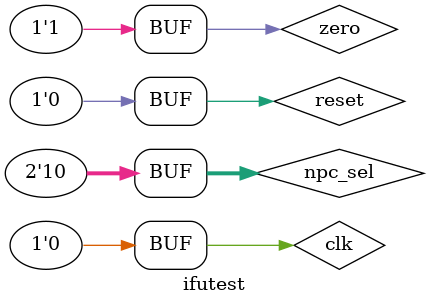
<source format=v>
module ifutest;
  reg clk,reset;
  wire [31:0] ins;
  reg[1:0] npc_sel;
  reg zero;
  ifu iiffuu(clk,reset,ins,npc_sel,zero);
    initial
    begin
      clk=0;
      reset=0;
      
      //go one instruction down
      #100
      reset=1;
      zero=0;
      npc_sel=2'b00;
      
      //go one instruction down
      #100
      reset=1;
      zero=0;
      npc_sel=2'b01;
      
      //jump to 4 bits of pcout+1 + taraddress + 00
      #100
      reset=1;
      zero=0;
      npc_sel=2'b10;
      
      //go one down
      #100
      reset=1;
      zero=1;
      npc_sel=2'b00;
      
      //beq immediate address
      #100
      reset=1;
      zero=1;
      npc_sel=2'b01;
      
      //jump to pcout+1+taraddress
      #100
      reset=1;
      zero=1;
      npc_sel=2'b10;
      
      #100
      reset=0;
      zero=0;
      npc_sel=2'b00;
      
      #100
      reset=0;
      zero=0;
      npc_sel=2'b01;
      
      #100
      reset=0;
      zero=0;
      npc_sel=2'b10;
      
      #100
      reset=0;
      zero=1;
      npc_sel=2'b00;
      
      #100
      reset=0;
      zero=1;
      npc_sel=2'b01;
      
      #100
      reset=0;
      zero=1;
      npc_sel=2'b10;
    end
  endmodule
  
      


</source>
